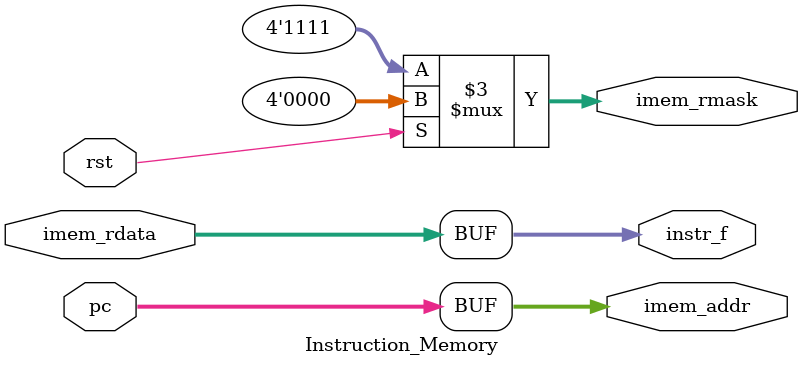
<source format=sv>
module Instruction_Memory(
	//input logic clk,
  	input logic rst,
  	input logic [31:0] pc,
	input logic [31:0] imem_rdata,
	//input logic imem_resp,
	output logic [31:0] instr_f,
	output logic [31:0] imem_addr,
	output logic [3:0] imem_rmask
	//output logic stall

);
always_comb begin
	if (rst) begin
	imem_rmask = '0;
	end else begin
	imem_rmask = 4'b1111;
	end
end

/*
always_comb begin
	if (imem_resp == 1) begin
	instr_f = imem_rdata;
	//stall = 1'b0;
	end else begin
	//stall = 1'b1;
	instr = '0;
	end
end
*/


assign instr_f = imem_rdata;
assign imem_addr = pc;

endmodule

</source>
